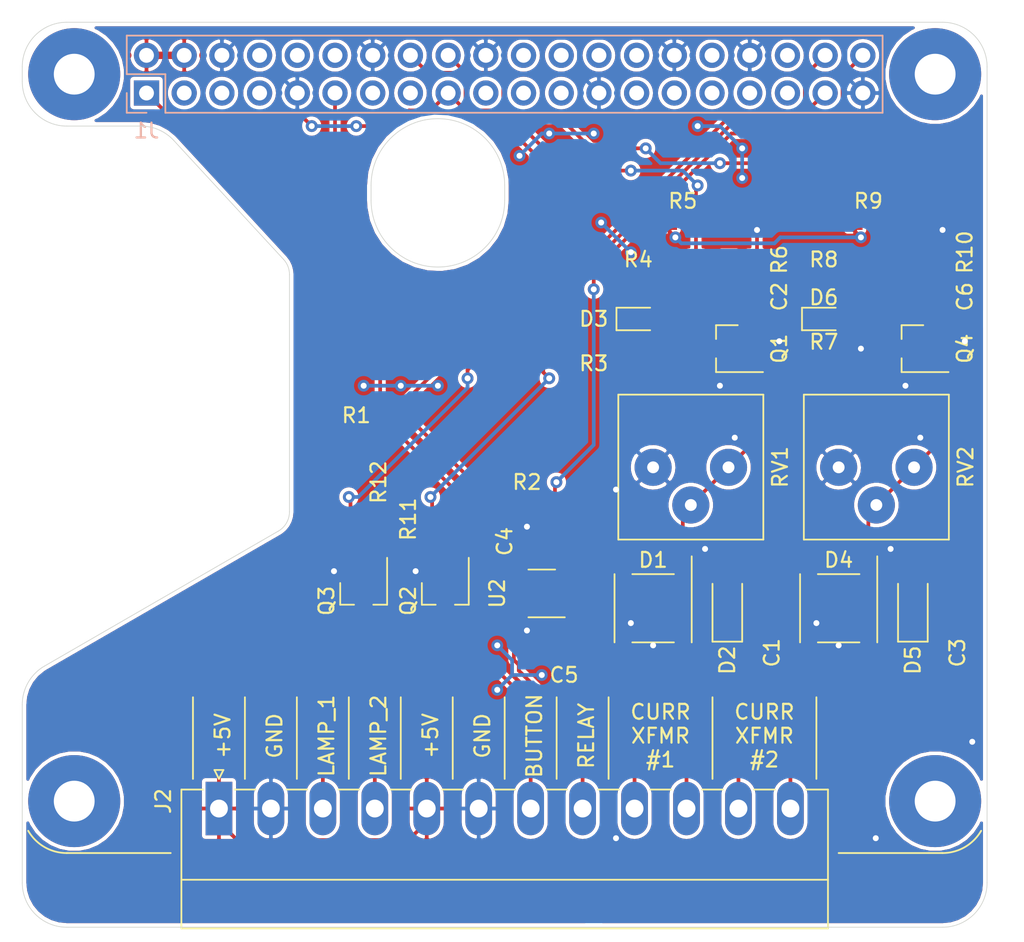
<source format=kicad_pcb>
(kicad_pcb (version 20221018) (generator pcbnew)
  (layers (0 "F.Cu" signal) (31 "B.Cu" signal) (34 "B.Paste" user) (35 "F.Paste" user) (36 "B.SilkS" user "B.Silkscreen") (37 "F.SilkS" user "F.Silkscreen") (38 "B.Mask" user) (39 "F.Mask" user) (44 "Edge.Cuts" user))
  (net 0 "")
  (net 1 "Net-(D1-+)")
  (net 2 "Net-(D4-+)")
  (net 3 "Net-(D3-K)")
  (net 4 "Net-(D6-K)")
  (net 23 "GND")
  (net 24 "+3V3")
  (net 25 "+5V")
  (net 26 "B1_LOGIC")
  (net 27 "L2_LOGIC")
  (net 28 "L1_LOGIC")
  (net 29 "HC_LOGIC")
  (net 30 "Net-(C1-Pad1)")
  (net 31 "CURRENT1")
  (net 32 "Net-(C3-Pad1)")
  (net 33 "CURRENT2")
  (net 34 "/current-sense/CURR_A")
  (net 35 "/current-sense/CURR_B")
  (net 37 "/sheet5C9BD5B1/CURR_A")
  (net 38 "/sheet5C9BD5B1/CURR_B")
  (net 40 "LAMP1")
  (net 41 "LAMP2")
  (net 44 "Net-(J2-Pin_8)")
  (net 45 "Net-(Q1-D)")
  (net 46 "Net-(Q2-B)")
  (net 47 "Net-(Q3-B)")
  (net 48 "Net-(Q4-D)")
  (footprint "Capacitor_SMD:C_0603_1608Metric_Pad0.99x1.00mm_HandSolder" (layer "F.Cu") (at 164.05 126.17 90)
    (fp_text reference "C1")
    (fp_text value "1µF")
  )
  (footprint "Capacitor_SMD:C_0603_1608Metric_Pad0.99x1.00mm_HandSolder" (layer "F.Cu") (at 162.05 105.17)
    (fp_text reference "C2")
    (fp_text value "10µF")
  )
  (footprint "Capacitor_SMD:C_0603_1608Metric_Pad0.99x1.00mm_HandSolder" (layer "F.Cu") (at 176.55 126.17 90)
    (fp_text reference "C3")
    (fp_text value "1µF")
  )
  (footprint "Capacitor_SMD:C_0603_1608Metric_Pad0.99x1.00mm_HandSolder" (layer "F.Cu") (at 148.55 121.67 180)
    (fp_text reference "C4")
    (fp_text value "100nF")
  )
  (footprint "Capacitor_SMD:C_0603_1608Metric_Pad0.99x1.00mm_HandSolder" (layer "F.Cu") (at 148.55 129.17 180)
    (fp_text reference "C5")
    (fp_text value "100nF")
  )
  (footprint "Capacitor_SMD:C_0603_1608Metric_Pad0.99x1.00mm_HandSolder" (layer "F.Cu") (at 174.55 105.17)
    (fp_text reference "C6")
    (fp_text value "10µF")
  )
  (footprint "Diode_SMD:D_SOD-123" (layer "F.Cu") (at 161.05 126.17 90)
    (fp_text reference "D2")
    (fp_text value "MMSZ12T")
  )
  (footprint "LED_SMD:LED_0603_1608Metric_Pad0.82x1.00mm_HandSolder" (layer "F.Cu") (at 155.05 106.67)
    (fp_text reference "D3")
    (fp_text value "LED")
  )
  (footprint "Diode_SMD:D_SOD-123" (layer "F.Cu") (at 173.55 126.17 90)
    (fp_text reference "D5")
    (fp_text value "MMSZ12T")
  )
  (footprint "LED_SMD:LED_0603_1608Metric_Pad0.82x1.00mm_HandSolder" (layer "F.Cu") (at 167.55 106.67)
    (fp_text reference "D6")
    (fp_text value "LED")
  )
  (footprint "Package_TO_SOT_SMD:SOT-23_Handsoldering" (layer "F.Cu") (at 161.05 108.67 180)
    (fp_text reference "Q1")
    (fp_text value "2N7002L")
  )
  (footprint "Package_TO_SOT_SMD:SOT-23_Handsoldering" (layer "F.Cu") (at 142.05 125.17 -90)
    (fp_text reference "Q2")
    (fp_text value "BC846")
  )
  (footprint "Package_TO_SOT_SMD:SOT-23_Handsoldering" (layer "F.Cu") (at 136.55 125.17 -90)
    (fp_text reference "Q3")
    (fp_text value "BC846")
  )
  (footprint "Package_TO_SOT_SMD:SOT-23_Handsoldering" (layer "F.Cu") (at 173.55 108.67 180)
    (fp_text reference "Q4")
    (fp_text value "2N7002L")
  )
  (footprint "Resistor_SMD:R_0603_1608Metric_Pad0.99x1.00mm_HandSolder" (layer "F.Cu") (at 138.55 113.17 180)
    (fp_text reference "R1")
    (fp_text value "4k7")
  )
  (footprint "Resistor_SMD:R_0603_1608Metric_Pad0.99x1.00mm_HandSolder" (layer "F.Cu") (at 148.55 119.17)
    (fp_text reference "R2")
    (fp_text value "4k7")
  )
  (footprint "Resistor_SMD:R_0603_1608Metric_Pad0.99x1.00mm_HandSolder" (layer "F.Cu") (at 155.05 109.67)
    (fp_text reference "R3")
    (fp_text value "1k")
  )
  (footprint "Resistor_SMD:R_0603_1608Metric_Pad0.99x1.00mm_HandSolder" (layer "F.Cu") (at 158.05 102.67 180)
    (fp_text reference "R4")
    (fp_text value "100")
  )
  (footprint "Resistor_SMD:R_0603_1608Metric_Pad0.99x1.00mm_HandSolder" (layer "F.Cu") (at 158.05 100.17)
    (fp_text reference "R5")
    (fp_text value "4k7")
  )
  (footprint "Resistor_SMD:R_0603_1608Metric_Pad0.99x1.00mm_HandSolder" (layer "F.Cu") (at 162.05 102.67)
    (fp_text reference "R6")
    (fp_text value "10k")
  )
  (footprint "Resistor_SMD:R_0603_1608Metric_Pad0.99x1.00mm_HandSolder" (layer "F.Cu") (at 167.55 109.67)
    (fp_text reference "R7")
    (fp_text value "1k")
  )
  (footprint "Resistor_SMD:R_0603_1608Metric_Pad0.99x1.00mm_HandSolder" (layer "F.Cu") (at 170.55 102.67 180)
    (fp_text reference "R8")
    (fp_text value "100")
  )
  (footprint "Resistor_SMD:R_0603_1608Metric_Pad0.99x1.00mm_HandSolder" (layer "F.Cu") (at 174.55 102.67)
    (fp_text reference "R10")
    (fp_text value "10k")
  )
  (footprint "Resistor_SMD:R_0603_1608Metric_Pad0.99x1.00mm_HandSolder" (layer "F.Cu") (at 142.05 120.17)
    (fp_text reference "R11")
    (fp_text value "3k3")
  )
  (footprint "Resistor_SMD:R_0603_1608Metric_Pad0.99x1.00mm_HandSolder" (layer "F.Cu") (at 136.55 120.17)
    (fp_text reference "R12")
    (fp_text value "3k3")
  )
  (footprint "Potentiometer_THT:Potentiometer_Bourns_3386P_Vertical" (layer "F.Cu") (at 156.05 116.67 -90)
    (fp_text reference "RV1")
    (fp_text value "5M")
  )
  (footprint "Potentiometer_THT:Potentiometer_Bourns_3386P_Vertical" (layer "F.Cu") (at 168.55 116.67 -90)
    (fp_text reference "RV2")
    (fp_text value "5M")
  )
  (footprint "Package_TO_SOT_SMD:SOT-23-5" (layer "F.Cu") (at 148.55 125.17 180)
    (fp_text reference "U2")
    (fp_text value "MCP1415")
  )
  (footprint "Resistor_SMD:R_0603_1608Metric_Pad0.99x1.00mm_HandSolder" (layer "F.Cu") (at 170.55 100.17)
    (fp_text reference "R9")
    (fp_text value "4k7")
  )
  (footprint "Diode_SMD:Diode_Bridge_Diotec_ABS" (layer "F.Cu") (at 156.05 126.17 -90)
    (fp_text reference "D1")
    (fp_text value "MDB10S")
  )
  (footprint "Diode_SMD:Diode_Bridge_Diotec_ABS" (layer "F.Cu") (at 168.55 126.17 -90)
    (fp_text reference "D4")
    (fp_text value "MDB10S")
  )
  (footprint "Connector_Phoenix_MC:PhoenixContact_MC_1,5_12-G-3.5_1x12_P3.50mm_Horizontal" (layer "F.Cu") (at 126.8 139.67)
    (fp_text reference "J2")
    (fp_text value "Screw_Terminal_01x12")
  )
  (footprint "Connector_PinSocket_2.54mm:PinSocket_2x20_P2.54mm_Vertical" (layer "B.Cu") (at 121.92 91.44 -90)
    (fp_text reference "J1")
    (fp_text value "GPIO")
  )
  (gr_line (start 160.05 132.17) (end 160.05 137.67) (stroke (width 0.12)) (layer "F.SilkS"))
  (gr_line (start 125.05 132.17) (end 125.05 137.67) (stroke (width 0.12)) (layer "F.SilkS"))
  (gr_line (start 135.55 132.17) (end 135.55 137.67) (stroke (width 0.12)) (layer "F.SilkS"))
  (gr_line (start 128.55 132.17) (end 128.55 137.67) (stroke (width 0.12)) (layer "F.SilkS"))
  (gr_line (start 149.55 132.17) (end 149.55 137.67) (stroke (width 0.12)) (layer "F.SilkS"))
  (gr_line (start 167.05 132.17) (end 167.05 137.67) (stroke (width 0.12)) (layer "F.SilkS"))
  (gr_line (start 142.55 132.17) (end 142.55 137.67) (stroke (width 0.12)) (layer "F.SilkS"))
  (gr_line (start 132.05 132.17) (end 132.05 137.67) (stroke (width 0.12)) (layer "F.SilkS"))
  (gr_line (start 139.05 132.17) (end 139.05 137.67) (stroke (width 0.12)) (layer "F.SilkS"))
  (gr_line (start 153.05 132.17) (end 153.05 137.67) (stroke (width 0.12)) (layer "F.SilkS"))
  (gr_line (start 146.05 132.17) (end 146.05 137.67) (stroke (width 0.12)) (layer "F.SilkS"))
  (gr_arc (start 178.148076 141.17) (mid 177.05 142.268076) (end 175.55 142.67) (stroke (width 0.12)) (layer "F.SilkS"))
  (gr_arc (start 116.55 142.67) (mid 115.05 142.268076) (end 113.951924 141.17) (stroke (width 0.12)) (layer "F.SilkS"))
  (gr_line (start 116.55 142.67) (end 123.55 142.67) (stroke (width 0.12)) (layer "F.SilkS"))
  (gr_line (start 175.55 142.67) (end 168.55 142.67) (stroke (width 0.12)) (layer "F.SilkS"))
  (gr_line (start 175.55 86.67) (end 116.55 86.67) (stroke (width 0.05)) (layer "Edge.Cuts"))
  (gr_arc (start 113.55 89.67) (mid 114.42868 87.54868) (end 116.55 86.67) (stroke (width 0.05)) (layer "Edge.Cuts"))
  (gr_arc (start 175.55 86.67) (mid 177.67132 87.54868) (end 178.55 89.67) (stroke (width 0.05)) (layer "Edge.Cuts"))
  (gr_line (start 116.55 147.67) (end 175.55 147.67) (stroke (width 0.05)) (layer "Edge.Cuts"))
  (gr_arc (start 178.55 144.67) (mid 177.67132 146.79132) (end 175.55 147.67) (stroke (width 0.05)) (layer "Edge.Cuts"))
  (gr_arc (start 116.55 147.67) (mid 114.42868 146.79132) (end 113.55 144.67) (stroke (width 0.05)) (layer "Edge.Cuts"))
  (gr_line (start 113.55 89.67) (end 113.55 90.67) (stroke (width 0.05)) (layer "Edge.Cuts"))
  (gr_line (start 113.55 138.67) (end 113.55 144.67) (stroke (width 0.05)) (layer "Edge.Cuts"))
  (gr_line (start 137.05 97.67) (end 137.05 98.67) (stroke (width 0.05)) (layer "Edge.Cuts"))
  (gr_line (start 146.05 97.67) (end 146.05 98.67) (stroke (width 0.05)) (layer "Edge.Cuts"))
  (gr_line (start 131.55 103.67) (end 131.550001 119.67) (stroke (width 0.05)) (layer "Edge.Cuts"))
  (gr_arc (start 131.152372 102.65276) (mid 131.447061 103.123903) (end 131.55 103.67) (stroke (width 0.05)) (layer "Edge.Cuts"))
  (gr_arc (start 131.55 119.67) (mid 131.349038 120.42) (end 130.8 120.969038) (stroke (width 0.05)) (layer "Edge.Cuts"))
  (gr_arc (start 116.55 93.67) (mid 114.42868 92.79132) (end 113.55 90.67) (stroke (width 0.05)) (layer "Edge.Cuts"))
  (gr_line (start 130.8 120.969038) (end 115.05 130.065191) (stroke (width 0.05)) (layer "Edge.Cuts"))
  (gr_line (start 113.55 132.663267) (end 113.55 138.67) (stroke (width 0.05)) (layer "Edge.Cuts"))
  (gr_line (start 123.754742 94.635522) (end 131.152372 102.65276) (stroke (width 0.05)) (layer "Edge.Cuts"))
  (gr_line (start 121.550001 93.670001) (end 116.55 93.67) (stroke (width 0.05)) (layer "Edge.Cuts"))
  (gr_arc (start 137.05 97.67) (mid 141.55 93.17) (end 146.05 97.67) (stroke (width 0.05)) (layer "Edge.Cuts"))
  (gr_arc (start 121.55 93.670002) (mid 122.753445 93.921963) (end 123.754742 94.635522) (stroke (width 0.05)) (layer "Edge.Cuts"))
  (gr_arc (start 146.05 98.67) (mid 141.55 103.17) (end 137.05 98.67) (stroke (width 0.05)) (layer "Edge.Cuts"))
  (gr_line (start 178.55 144.67) (end 178.55 89.67) (stroke (width 0.05)) (layer "Edge.Cuts"))
  (gr_arc (start 113.55 132.663267) (mid 113.951924 131.163267) (end 115.05 130.065191) (stroke (width 0.05)) (layer "Edge.Cuts"))
  (gr_text "GND" (at 144.55 134.77 90) (layer "F.SilkS") (effects (font (size 1 1))))
  (gr_text "LAMP_2" (at 137.55 134.77 90) (layer "F.SilkS") (effects (font (size 1 1))))
  (gr_text "RELAY" (at 151.55 134.77 90) (layer "F.SilkS") (effects (font (size 1 1))))
  (gr_text "+5V" (at 141.05 134.77 90) (layer "F.SilkS") (effects (font (size 1 1))))
  (gr_text "BUTTON" (at 148.05 134.77 90) (layer "F.SilkS") (effects (font (size 1 1))))
  (gr_text "CURR\nXFMR\n#2" (at 163.55 134.77) (layer "F.SilkS") (effects (font (size 1 1))))
  (gr_text "+5V" (at 127.05 134.77 90) (layer "F.SilkS") (effects (font (size 1 1))))
  (gr_text "GND" (at 130.55 134.77 90) (layer "F.SilkS") (effects (font (size 1 1))))
  (gr_text "CURR\nXFMR\n#1" (at 156.55 134.77) (layer "F.SilkS") (effects (font (size 1 1))))
  (gr_text "LAMP_1" (at 134.05 134.77 90) (layer "F.SilkS") (effects (font (size 1 1))))
  (via (at 117.05 90.17) (size 6.2) (drill 2.75) (layers "F.Cu" "B.Cu") (net 0))
  (via (at 117.05 139.17) (size 6.2) (drill 2.75) (layers "F.Cu" "B.Cu") (net 0))
  (via (at 175.05 139.17) (size 6.2) (drill 2.75) (layers "F.Cu" "B.Cu") (net 0))
  (via (at 175.05 90.17) (size 6.2) (drill 2.75) (layers "F.Cu" "B.Cu") (net 0))
  (segment (start 154.1625 106.7575) (end 154.25 106.67) (width 0.25) (layer "F.Cu") (net 3))
  (segment (start 154.1625 109.67) (end 154.1625 106.7575) (width 0.25) (layer "F.Cu") (net 3))
  (segment (start 166.6625 106.7575) (end 166.75 106.67) (width 0.25) (layer "F.Cu") (net 4))
  (segment (start 166.6625 109.67) (end 166.6625 106.7575) (width 0.25) (layer "F.Cu") (net 4))
  (segment (start 162.9375 102.67) (end 162.9375 105.17) (width 0.25) (layer "F.Cu") (net 23))
  (segment (start 162.9375 107.3325) (end 162.55 107.72) (width 0.25) (layer "F.Cu") (net 23))
  (segment (start 162.9375 105.17) (end 162.9375 107.3325) (width 0.25) (layer "F.Cu") (net 23))
  (segment (start 175.4375 107.3325) (end 175.05 107.72) (width 0.25) (layer "F.Cu") (net 23))
  (segment (start 147.55 127.67) (end 147.55 129.0575) (width 0.25) (layer "F.Cu") (net 23))
  (segment (start 148.305001 125.650001) (end 148.305001 127.777499) (width 0.25) (layer "F.Cu") (net 23))
  (segment (start 162.9375 102.67) (end 163.05 102.5575) (width 0.25) (layer "F.Cu") (net 23))
  (segment (start 175.4375 102.67) (end 175.4375 105.17) (width 0.25) (layer "F.Cu") (net 23))
  (segment (start 135.6 123.67) (end 134.55 123.67) (width 0.25) (layer "F.Cu") (net 23))
  (segment (start 148.305001 127.777499) (end 147.6625 128.42) (width 0.25) (layer "F.Cu") (net 23))
  (segment (start 147.55 121.5575) (end 147.6625 121.67) (width 0.25) (layer "F.Cu") (net 23))
  (segment (start 147.6625 121.67) (end 147.6625 124.0075) (width 0.25) (layer "F.Cu") (net 23))
  (segment (start 175.55 100.67) (end 175.55 102.5575) (width 0.25) (layer "F.Cu") (net 23))
  (segment (start 147.55 129.0575) (end 147.6625 129.17) (width 0.25) (layer "F.Cu") (net 23))
  (segment (start 175.4375 105.17) (end 175.4375 107.3325) (width 0.25) (layer "F.Cu") (net 23))
  (segment (start 147.55 120.67) (end 147.55 121.5575) (width 0.25) (layer "F.Cu") (net 23))
  (segment (start 141.1 123.67) (end 140.05 123.67) (width 0.25) (layer "F.Cu") (net 23))
  (segment (start 147.6625 124.0075) (end 147.45 124.22) (width 0.25) (layer "F.Cu") (net 23))
  (segment (start 147.45 124.22) (end 147.45 124.795) (width 0.25) (layer "F.Cu") (net 23))
  (segment (start 147.6625 128.42) (end 147.6625 129.17) (width 0.25) (layer "F.Cu") (net 23))
  (segment (start 147.45 124.795) (end 148.305001 125.650001) (width 0.25) (layer "F.Cu") (net 23))
  (segment (start 175.55 102.5575) (end 175.4375 102.67) (width 0.25) (layer "F.Cu") (net 23))
  (segment (start 163.05 102.5575) (end 163.05 100.67) (width 0.25) (layer "F.Cu") (net 23))
  (via (at 134.55 123.67) (size 0.8) (drill 0.4) (layers "F.Cu" "B.Cu") (net 23))
  (via (at 153.55 141.67) (size 0.8) (drill 0.4) (layers "F.Cu" "B.Cu") (net 23))
  (via (at 175.55 100.67) (size 0.8) (drill 0.4) (layers "F.Cu" "B.Cu") (net 23))
  (via (at 172.05 122.17) (size 0.8) (drill 0.4) (layers "F.Cu" "B.Cu") (net 23))
  (via (at 147.55 127.67) (size 0.8) (drill 0.4) (layers "F.Cu" "B.Cu") (net 23))
  (via (at 156.05 128.67) (size 0.8) (drill 0.4) (layers "F.Cu" "B.Cu") (net 23))
  (via (at 174.05 114.67) (size 0.8) (drill 0.4) (layers "F.Cu" "B.Cu") (net 23))
  (via (at 147.55 120.67) (size 0.8) (drill 0.4) (layers "F.Cu" "B.Cu") (net 23))
  (via (at 154.55 127.17) (size 0.8) (drill 0.4) (layers "F.Cu" "B.Cu") (net 23))
  (via (at 163.05 100.67) (size 0.8) (drill 0.4) (layers "F.Cu" "B.Cu") (net 23))
  (via (at 168.55 128.67) (size 0.8) (drill 0.4) (layers "F.Cu" "B.Cu") (net 23))
  (via (at 177.55 135.17) (size 0.8) (drill 0.4) (layers "F.Cu" "B.Cu") (net 23))
  (via (at 171.05 141.67) (size 0.8) (drill 0.4) (layers "F.Cu" "B.Cu") (net 23))
  (via (at 159.55 122.17) (size 0.8) (drill 0.4) (layers "F.Cu" "B.Cu") (net 23))
  (via (at 170.05 108.67) (size 0.8) (drill 0.4) (layers "F.Cu" "B.Cu") (net 23))
  (via (at 160.55 111.17) (size 0.8) (drill 0.4) (layers "F.Cu" "B.Cu") (net 23))
  (via (at 153.55 118.17) (size 0.8) (drill 0.4) (layers "F.Cu" "B.Cu") (net 23))
  (via (at 173.05 111.17) (size 0.8) (drill 0.4) (layers "F.Cu" "B.Cu") (net 23))
  (via (at 164.55 108.17) (size 0.8) (drill 0.4) (layers "F.Cu" "B.Cu") (net 23))
  (via (at 140.05 123.67) (size 0.8) (drill 0.4) (layers "F.Cu" "B.Cu") (net 23))
  (via (at 167.05 127.17) (size 0.8) (drill 0.4) (layers "F.Cu" "B.Cu") (net 23))
  (via (at 177.05 108.17) (size 0.8) (drill 0.4) (layers "F.Cu" "B.Cu") (net 23))
  (via (at 161.55 114.67) (size 0.8) (drill 0.4) (layers "F.Cu" "B.Cu") (net 23))
  (segment (start 138.335001 87.724999) (end 143.604999 87.724999) (width 0.25) (layer "B.Cu") (net 23))
  (segment (start 156.304999 87.724999) (end 156.630001 88.050001) (width 0.25) (layer "B.Cu") (net 23))
  (segment (start 168.204001 87.724999) (end 169.004999 88.525997) (width 0.25) (layer "B.Cu") (net 23))
  (segment (start 170.18 91.44) (end 170.18 95.3) (width 0.25) (layer "B.Cu") (net 23))
  (segment (start 152.4 91.44) (end 151.05 90.09) (width 0.25) (layer "B.Cu") (net 23))
  (segment (start 161.710001 88.050001) (end 162.56 88.9) (width 0.25) (layer "B.Cu") (net 23))
  (segment (start 158.655001 87.724999) (end 161.384999 87.724999) (width 0.25) (layer "B.Cu") (net 23))
  (segment (start 156.630001 88.050001) (end 157.48 88.9) (width 0.25) (layer "B.Cu") (net 23))
  (segment (start 130.904999 87.87) (end 131.05 87.724999) (width 0.25) (layer "B.Cu") (net 23))
  (segment (start 170.18 95.3) (end 175.55 100.67) (width 0.25) (layer "B.Cu") (net 23))
  (segment (start 136.310001 88.050001) (end 137.16 88.9) (width 0.25) (layer "B.Cu") (net 23))
  (segment (start 161.384999 87.724999) (end 161.710001 88.050001) (width 0.25) (layer "B.Cu") (net 23))
  (segment (start 137.16 88.9) (end 138.335001 87.724999) (width 0.25) (layer "B.Cu") (net 23))
  (segment (start 145.955001 87.724999) (end 151.05 87.724999) (width 0.25) (layer "B.Cu") (net 23))
  (segment (start 163.735001 87.724999) (end 168.204001 87.724999) (width 0.25) (layer "B.Cu") (net 23))
  (segment (start 143.930001 88.050001) (end 144.78 88.9) (width 0.25) (layer "B.Cu") (net 23))
  (segment (start 169.004999 88.525997) (end 169.004999 90.264999) (width 0.25) (layer "B.Cu") (net 23))
  (segment (start 157.48 88.9) (end 158.655001 87.724999) (width 0.25) (layer "B.Cu") (net 23))
  (segment (start 162.56 88.9) (end 163.735001 87.724999) (width 0.25) (layer "B.Cu") (net 23))
  (segment (start 131.05 87.724999) (end 135.984999 87.724999) (width 0.25) (layer "B.Cu") (net 23))
  (segment (start 169.330001 90.590001) (end 170.18 91.44) (width 0.25) (layer "B.Cu") (net 23))
  (segment (start 144.78 88.9) (end 145.955001 87.724999) (width 0.25) (layer "B.Cu") (net 23))
  (segment (start 135.984999 87.724999) (end 136.310001 88.050001) (width 0.25) (layer "B.Cu") (net 23))
  (segment (start 130.904999 90.264999) (end 130.904999 87.87) (width 0.25) (layer "B.Cu") (net 23))
  (segment (start 143.604999 87.724999) (end 143.930001 88.050001) (width 0.25) (layer "B.Cu") (net 23))
  (segment (start 128.175001 87.724999) (end 131.05 87.724999) (width 0.25) (layer "B.Cu") (net 23))
  (segment (start 127 88.9) (end 128.175001 87.724999) (width 0.25) (layer "B.Cu") (net 23))
  (segment (start 132.08 91.44) (end 130.904999 90.264999) (width 0.25) (layer "B.Cu") (net 23))
  (segment (start 151.05 90.09) (end 151.05 87.724999) (width 0.25) (layer "B.Cu") (net 23))
  (segment (start 151.05 87.724999) (end 156.304999 87.724999) (width 0.25) (layer "B.Cu") (net 23))
  (segment (start 169.004999 90.264999) (end 169.330001 90.590001) (width 0.25) (layer "B.Cu") (net 23))
  (segment (start 141.390001 92.289999) (end 142.24 91.44) (width 0.25) (layer "F.Cu") (net 24))
  (segment (start 132.650001 93.270001) (end 133.05 93.67) (width 0.25) (layer "F.Cu") (net 24))
  (segment (start 139.4375 113.1725) (end 139.4375 113.17) (width 0.25) (layer "F.Cu") (net 24))
  (segment (start 139.4375 112.146089) (end 139.4375 112.42) (width 0.25) (layer "F.Cu") (net 24))
  (segment (start 141.064999 92.615001) (end 141.390001 92.289999) (width 0.25) (layer "F.Cu") (net 24))
  (segment (start 132.099989 92.719989) (end 132.650001 93.270001) (width 0.25) (layer "F.Cu") (net 24))
  (segment (start 139.604999 92.615001) (end 141.064999 92.615001) (width 0.25) (layer "F.Cu") (net 24))
  (segment (start 139.4375 112.42) (end 139.4375 113.17) (width 0.25) (layer "F.Cu") (net 24))
  (segment (start 145.435 119.17) (end 139.4375 113.1725) (width 0.25) (layer "F.Cu") (net 24))
  (segment (start 143.099989 108.483601) (end 139.4375 112.146089) (width 0.25) (layer "F.Cu") (net 24))
  (segment (start 123.199989 92.719989) (end 132.099989 92.719989) (width 0.25) (layer "F.Cu") (net 24))
  (segment (start 143.865012 93.065012) (end 145.581423 93.065012) (width 0.25) (layer "F.Cu") (net 24))
  (segment (start 148.05 103.03359) (end 143.099989 107.9836) (width 0.25) (layer "F.Cu") (net 24))
  (segment (start 145.581423 93.065012) (end 148.05 95.533589) (width 0.25) (layer "F.Cu") (net 24))
  (segment (start 143.099989 107.9836) (end 143.099989 108.483601) (width 0.25) (layer "F.Cu") (net 24))
  (segment (start 148.05 95.533589) (end 148.05 103.03359) (width 0.25) (layer "F.Cu") (net 24))
  (segment (start 121.92 91.44) (end 123.199989 92.719989) (width 0.25) (layer "F.Cu") (net 24))
  (segment (start 136.05 93.67) (end 138.55 93.67) (width 0.25) (layer "F.Cu") (net 24))
  (segment (start 142.24 91.44) (end 143.865012 93.065012) (width 0.25) (layer "F.Cu") (net 24))
  (segment (start 147.6625 119.17) (end 145.435 119.17) (width 0.25) (layer "F.Cu") (net 24))
  (segment (start 138.55 93.67) (end 139.604999 92.615001) (width 0.25) (layer "F.Cu") (net 24))
  (via (at 136.05 93.67) (size 0.8) (drill 0.4) (layers "F.Cu" "B.Cu") (net 24))
  (via (at 133.05 93.67) (size 0.8) (drill 0.4) (layers "F.Cu" "B.Cu") (net 24))
  (segment (start 133.05 93.67) (end 136.05 93.67) (width 0.25) (layer "B.Cu") (net 24))
  (segment (start 155.85 106.67) (end 155.85 100.735) (width 0.25) (layer "F.Cu") (net 25))
  (segment (start 140.8 140.57) (end 139.57499 141.79501) (width 0.25) (layer "F.Cu") (net 25))
  (segment (start 128.02501 141.79501) (end 126.8 140.57) (width 0.25) (layer "F.Cu") (net 25))
  (segment (start 168.35 100.735) (end 168.915 100.17) (width 0.25) (layer "F.Cu") (net 25))
  (segment (start 157.1625 100.7825) (end 157.55 101.17) (width 0.25) (layer "F.Cu") (net 25))
  (segment (start 155.85 100.735) (end 156.415 100.17) (width 0.25) (layer "F.Cu") (net 25))
  (segment (start 170.05 101.17) (end 169.55 100.67) (width 0.25) (layer "F.Cu") (net 25))
  (segment (start 126.8 140.57) (end 126.8 139.67) (width 0.25) (layer "F.Cu") (net 25))
  (segment (start 169.6625 100.5575) (end 169.6625 100.17) (width 0.25) (layer "F.Cu") (net 25))
  (segment (start 169.55 100.67) (end 169.6625 100.5575) (width 0.25) (layer "F.Cu") (net 25))
  (segment (start 121.92 88.9) (end 124.46 88.9) (width 0.5) (layer "F.Cu") (net 25))
  (segment (start 168.915 100.17) (end 169.6625 100.17) (width 0.25) (layer "F.Cu") (net 25))
  (segment (start 140.8 139.67) (end 140.8 140.57) (width 0.25) (layer "F.Cu") (net 25))
  (segment (start 157.1625 100.17) (end 157.1625 100.7825) (width 0.25) (layer "F.Cu") (net 25))
  (segment (start 139.57499 141.79501) (end 128.02501 141.79501) (width 0.25) (layer "F.Cu") (net 25))
  (segment (start 168.35 106.67) (end 168.35 100.735) (width 0.25) (layer "F.Cu") (net 25))
  (segment (start 156.415 100.17) (end 157.1625 100.17) (width 0.25) (layer "F.Cu") (net 25))
  (via (at 145.55 128.67) (size 0.8) (drill 0.4) (layers "F.Cu" "B.Cu") (net 25))
  (via (at 162.05 97.17) (size 0.8) (drill 0.4) (layers "F.Cu" "B.Cu") (net 25))
  (via (at 148.55 130.67) (size 0.8) (drill 0.4) (layers "F.Cu" "B.Cu") (net 25))
  (via (at 157.55 101.17) (size 0.8) (drill 0.4) (layers "F.Cu" "B.Cu") (net 25))
  (via (at 159.05 93.67) (size 0.8) (drill 0.4) (layers "F.Cu" "B.Cu") (net 25))
  (via (at 149.05 94.17) (size 0.8) (drill 0.4) (layers "F.Cu" "B.Cu") (net 25))
  (via (at 152.55 100.17) (size 0.8) (drill 0.4) (layers "F.Cu" "B.Cu") (net 25))
  (via (at 145.55 131.67) (size 0.8) (drill 0.4) (layers "F.Cu" "B.Cu") (net 25))
  (via (at 154.55 102.17) (size 0.8) (drill 0.4) (layers "F.Cu" "B.Cu") (net 25))
  (via (at 141.55 111.17) (size 0.8) (drill 0.4) (layers "F.Cu" "B.Cu") (net 25))
  (via (at 147.05 95.67) (size 0.8) (drill 0.4) (layers "F.Cu" "B.Cu") (net 25))
  (via (at 139.05 111.17) (size 0.8) (drill 0.4) (layers "F.Cu" "B.Cu") (net 25))
  (via (at 152.05 94.17) (size 0.8) (drill 0.4) (layers "F.Cu" "B.Cu") (net 25))
  (via (at 162.05 95.17) (size 0.8) (drill 0.4) (layers "F.Cu" "B.Cu") (net 25))
  (via (at 170.05 101.17) (size 0.8) (drill 0.4) (layers "F.Cu" "B.Cu") (net 25))
  (via (at 136.55 111.17) (size 0.8) (drill 0.4) (layers "F.Cu" "B.Cu") (net 25))
  (segment (start 141.55 111.17) (end 139.05 111.17) (width 0.25) (layer "B.Cu") (net 25))
  (segment (start 157.949999 101.569999) (end 164.223003 101.569999) (width 0.25) (layer "B.Cu") (net 25))
  (segment (start 157.55 101.17) (end 157.949999 101.569999) (width 0.25) (layer "B.Cu") (net 25))
  (segment (start 148.55 94.17) (end 149.05 94.17) (width 0.25) (layer "B.Cu") (net 25))
  (segment (start 160.55 93.67) (end 162.05 95.17) (width 0.25) (layer "B.Cu") (net 25))
  (segment (start 152.05 94.17) (end 149.05 94.17) (width 0.25) (layer "B.Cu") (net 25))
  (segment (start 146.55 130.67) (end 146.55 129.67) (width 0.25) (layer "B.Cu") (net 25))
  (segment (start 169.484315 101.17) (end 170.05 101.17) (width 0.25) (layer "B.Cu") (net 25))
  (segment (start 162.05 95.17) (end 162.05 97.17) (width 0.25) (layer "B.Cu") (net 25))
  (segment (start 146.55 130.67) (end 145.55 131.67) (width 0.25) (layer "B.Cu") (net 25))
  (segment (start 152.55 100.17) (end 154.55 102.17) (width 0.25) (layer "B.Cu") (net 25))
  (segment (start 159.05 93.67) (end 160.55 93.67) (width 0.25) (layer "B.Cu") (net 25))
  (segment (start 147.05 95.67) (end 148.55 94.17) (width 0.25) (layer "B.Cu") (net 25))
  (segment (start 164.623002 101.17) (end 169.484315 101.17) (width 0.25) (layer "B.Cu") (net 25))
  (segment (start 164.223003 101.569999) (end 164.623002 101.17) (width 0.25) (layer "B.Cu") (net 25))
  (segment (start 148.55 130.67) (end 146.55 130.67) (width 0.25) (layer "B.Cu") (net 25))
  (segment (start 139.05 111.17) (end 136.55 111.17) (width 0.25) (layer "B.Cu") (net 25))
  (segment (start 146.55 129.67) (end 145.55 128.67) (width 0.25) (layer "B.Cu") (net 25))
  (segment (start 143.370001 118.880001) (end 137.6625 113.1725) (width 0.25) (layer "F.Cu") (net 26))
  (segment (start 147.8 132.62) (end 143.760001 128.580001) (width 0.25) (layer "F.Cu") (net 26))
  (segment (start 143.760001 128.580001) (end 143.760001 118.880001) (width 0.25) (layer "F.Cu") (net 26))
  (segment (start 137.6625 103.918911) (end 137.6625 112.42) (width 0.25) (layer "F.Cu") (net 26))
  (segment (start 134.62 91.44) (end 134.62 100.876411) (width 0.25) (layer "F.Cu") (net 26))
  (segment (start 134.62 100.876411) (end 137.6625 103.918911) (width 0.25) (layer "F.Cu") (net 26))
  (segment (start 137.6625 112.42) (end 137.6625 113.17) (width 0.25) (layer "F.Cu") (net 26))
  (segment (start 143.760001 118.880001) (end 143.370001 118.880001) (width 0.25) (layer "F.Cu") (net 26))
  (segment (start 147.8 134.67) (end 147.8 132.62) (width 0.25) (layer "F.Cu") (net 26))
  (segment (start 137.6625 113.1725) (end 137.6625 113.17) (width 0.25) (layer "F.Cu") (net 26))
  (segment (start 147.8 134.67) (end 147.8 139.67) (width 0.25) (layer "F.Cu") (net 26))
  (segment (start 161.236399 93.620011) (end 165.7364 93.620011) (width 0.25) (layer "F.Cu") (net 27))
  (segment (start 141.1625 120.17) (end 141.1625 118.7825) (width 0.25) (layer "F.Cu") (net 27))
  (segment (start 165.7364 93.620011) (end 166.790001 92.56641) (width 0.25) (layer "F.Cu") (net 27))
  (segment (start 148.650001 110.270001) (end 148.650001 106.206409) (width 0.25) (layer "F.Cu") (net 27))
  (segment (start 149.05 110.67) (end 148.650001 110.270001) (width 0.25) (layer "F.Cu") (net 27))
  (segment (start 166.790001 92.56641) (end 166.790001 92.289999) (width 0.25) (layer "F.Cu") (net 27))
  (segment (start 166.790001 92.289999) (end 167.64 91.44) (width 0.25) (layer "F.Cu") (net 27))
  (segment (start 141.1625 118.7825) (end 141.05 118.67) (width 0.25) (layer "F.Cu") (net 27))
  (segment (start 148.650001 106.206409) (end 161.236399 93.620011) (width 0.25) (layer "F.Cu") (net 27))
  (via (at 141.05 118.67) (size 0.8) (drill 0.4) (layers "F.Cu" "B.Cu") (net 27))
  (via (at 149.05 110.67) (size 0.8) (drill 0.4) (layers "F.Cu" "B.Cu") (net 27))
  (segment (start 141.05 118.67) (end 149.05 110.67) (width 0.25) (layer "B.Cu") (net 27))
  (segment (start 165.109002 93.17) (end 166.275001 92.004001) (width 0.25) (layer "F.Cu") (net 28))
  (segment (start 143.55 110.104315) (end 147.209316 106.444999) (width 0.25) (layer "F.Cu") (net 28))
  (segment (start 166.275001 92.004001) (end 166.275001 90.264999) (width 0.25) (layer "F.Cu") (net 28))
  (segment (start 161.05 93.17) (end 165.109002 93.17) (width 0.25) (layer "F.Cu") (net 28))
  (segment (start 135.6625 120.17) (end 135.6625 118.7825) (width 0.25) (layer "F.Cu") (net 28))
  (segment (start 143.55 110.67) (end 143.55 110.104315) (width 0.25) (layer "F.Cu") (net 28))
  (segment (start 147.775001 106.444999) (end 161.05 93.17) (width 0.25) (layer "F.Cu") (net 28))
  (segment (start 147.209316 106.444999) (end 147.775001 106.444999) (width 0.25) (layer "F.Cu") (net 28))
  (segment (start 135.6625 118.7825) (end 135.55 118.67) (width 0.25) (layer "F.Cu") (net 28))
  (segment (start 166.790001 89.749999) (end 167.64 88.9) (width 0.25) (layer "F.Cu") (net 28))
  (segment (start 166.275001 90.264999) (end 166.790001 89.749999) (width 0.25) (layer "F.Cu") (net 28))
  (via (at 143.55 110.67) (size 0.8) (drill 0.4) (layers "F.Cu" "B.Cu") (net 28))
  (via (at 135.55 118.67) (size 0.8) (drill 0.4) (layers "F.Cu" "B.Cu") (net 28))
  (segment (start 136.18641 118.67) (end 143.55 111.30641) (width 0.25) (layer "B.Cu") (net 28))
  (segment (start 143.55 111.30641) (end 143.55 111.235685) (width 0.25) (layer "B.Cu") (net 28))
  (segment (start 135.55 118.67) (end 136.18641 118.67) (width 0.25) (layer "B.Cu") (net 28))
  (segment (start 143.55 111.235685) (end 143.55 110.67) (width 0.25) (layer "B.Cu") (net 28))
  (segment (start 148.614999 122.609999) (end 148.614999 120.742501) (width 0.25) (layer "F.Cu") (net 29))
  (segment (start 149.65 123.645) (end 148.614999 122.609999) (width 0.25) (layer "F.Cu") (net 29))
  (segment (start 169.330001 89.749999) (end 170.18 88.9) (width 0.25) (layer "F.Cu") (net 29))
  (segment (start 152.05 103.44282) (end 161.322821 94.17) (width 0.25) (layer "F.Cu") (net 29))
  (segment (start 168.815001 92.004001) (end 168.815001 90.264999) (width 0.25) (layer "F.Cu") (net 29))
  (segment (start 161.322821 94.17) (end 166.649002 94.17) (width 0.25) (layer "F.Cu") (net 29))
  (segment (start 168.815001 90.264999) (end 169.330001 89.749999) (width 0.25) (layer "F.Cu") (net 29))
  (segment (start 149.4375 117.767491) (end 149.534991 117.67) (width 0.25) (layer "F.Cu") (net 29))
  (segment (start 152.05 104.67) (end 152.05 103.44282) (width 0.25) (layer "F.Cu") (net 29))
  (segment (start 166.649002 94.17) (end 168.815001 92.004001) (width 0.25) (layer "F.Cu") (net 29))
  (segment (start 148.614999 120.742501) (end 149.4375 119.92) (width 0.25) (layer "F.Cu") (net 29))
  (segment (start 149.65 124.22) (end 149.65 123.645) (width 0.25) (layer "F.Cu") (net 29))
  (segment (start 149.4375 119.92) (end 149.4375 119.17) (width 0.25) (layer "F.Cu") (net 29))
  (segment (start 149.4375 119.17) (end 149.4375 117.767491) (width 0.25) (layer "F.Cu") (net 29))
  (via (at 152.05 104.67) (size 0.8) (drill 0.4) (layers "F.Cu" "B.Cu") (net 29))
  (via (at 149.534991 117.67) (size 0.8) (drill 0.4) (layers "F.Cu" "B.Cu") (net 29))
  (segment (start 152.05 115.154991) (end 149.93499 117.270001) (width 0.25) (layer "B.Cu") (net 29))
  (segment (start 149.93499 117.270001) (end 149.534991 117.67) (width 0.25) (layer "B.Cu") (net 29))
  (segment (start 152.05 104.67) (end 152.05 115.154991) (width 0.25) (layer "B.Cu") (net 29))
  (segment (start 158.59 119.21) (end 159.309999 118.490001) (width 0.25) (layer "F.Cu") (net 30))
  (segment (start 164.035 127.82) (end 164.05 127.805) (width 0.25) (layer "F.Cu") (net 30))
  (segment (start 160.2 127.82) (end 161.05 127.82) (width 0.25) (layer "F.Cu") (net 30))
  (segment (start 162.55 115.25) (end 161.13 116.67) (width 0.25) (layer "F.Cu") (net 30))
  (segment (start 162.55 109.62) (end 162.55 115.25) (width 0.25) (layer "F.Cu") (net 30))
  (segment (start 159.309999 118.490001) (end 161.13 116.67) (width 0.25) (layer "F.Cu") (net 30))
  (segment (start 164.05 127.805) (end 164.05 127.0575) (width 0.25) (layer "F.Cu") (net 30))
  (segment (start 161.05 127.82) (end 164.035 127.82) (width 0.25) (layer "F.Cu") (net 30))
  (segment (start 158.05 119.75) (end 158.59 119.21) (width 0.25) (layer "F.Cu") (net 30))
  (segment (start 158.05 123.195) (end 158.05 119.75) (width 0.25) (layer "F.Cu") (net 30))
  (segment (start 158.05 125.67) (end 160.2 127.82) (width 0.25) (layer "F.Cu") (net 30))
  (segment (start 158.05 123.195) (end 158.05 125.67) (width 0.25) (layer "F.Cu") (net 30))
  (segment (start 161.1625 103.42) (end 161.1625 105.17) (width 0.25) (layer "F.Cu") (net 31))
  (segment (start 161.1625 102.67) (end 161.1625 103.42) (width 0.25) (layer "F.Cu") (net 31))
  (segment (start 158.9375 102.67) (end 161.1625 102.67) (width 0.25) (layer "F.Cu") (net 31))
  (segment (start 158.9375 97.7825) (end 159.05 97.67) (width 0.25) (layer "F.Cu") (net 31))
  (segment (start 150.174587 96.67) (end 146.119589 92.615001) (width 0.25) (layer "F.Cu") (net 31))
  (segment (start 142.614003 90.075001) (end 140.875001 90.075001) (width 0.25) (layer "F.Cu") (net 31))
  (segment (start 158.9375 102.67) (end 158.9375 100.17) (width 0.25) (layer "F.Cu") (net 31))
  (segment (start 143.415001 91.814003) (end 143.415001 90.875999) (width 0.25) (layer "F.Cu") (net 31))
  (segment (start 140.549999 89.749999) (end 139.7 88.9) (width 0.25) (layer "F.Cu") (net 31))
  (segment (start 144.215999 92.615001) (end 143.415001 91.814003) (width 0.25) (layer "F.Cu") (net 31))
  (segment (start 158.9375 100.17) (end 158.9375 97.7825) (width 0.25) (layer "F.Cu") (net 31))
  (segment (start 143.415001 90.875999) (end 142.614003 90.075001) (width 0.25) (layer "F.Cu") (net 31))
  (segment (start 154.55 96.67) (end 150.174587 96.67) (width 0.25) (layer "F.Cu") (net 31))
  (segment (start 146.119589 92.615001) (end 144.215999 92.615001) (width 0.25) (layer "F.Cu") (net 31))
  (segment (start 140.875001 90.075001) (end 140.549999 89.749999) (width 0.25) (layer "F.Cu") (net 31))
  (via (at 154.55 96.67) (size 0.8) (drill 0.4) (layers "F.Cu" "B.Cu") (net 31))
  (via (at 159.05 97.67) (size 0.8) (drill 0.4) (layers "F.Cu" "B.Cu") (net 31))
  (segment (start 158.05 96.67) (end 154.55 96.67) (width 0.25) (layer "B.Cu") (net 31))
  (segment (start 159.05 97.67) (end 158.05 96.67) (width 0.25) (layer "B.Cu") (net 31))
  (segment (start 175.05 109.62) (end 175.05 115.25) (width 0.25) (layer "F.Cu") (net 32))
  (segment (start 176.535 127.82) (end 176.55 127.805) (width 0.25) (layer "F.Cu") (net 32))
  (segment (start 175.05 115.25) (end 173.63 116.67) (width 0.25) (layer "F.Cu") (net 32))
  (segment (start 172.7 127.82) (end 173.55 127.82) (width 0.25) (layer "F.Cu") (net 32))
  (segment (start 173.55 127.82) (end 176.535 127.82) (width 0.25) (layer "F.Cu") (net 32))
  (segment (start 170.55 125.67) (end 172.7 127.82) (width 0.25) (layer "F.Cu") (net 32))
  (segment (start 171.809999 118.490001) (end 173.63 116.67) (width 0.25) (layer "F.Cu") (net 32))
  (segment (start 171.09 119.21) (end 171.809999 118.490001) (width 0.25) (layer "F.Cu") (net 32))
  (segment (start 170.55 123.195) (end 170.55 125.67) (width 0.25) (layer "F.Cu") (net 32))
  (segment (start 170.55 119.75) (end 171.09 119.21) (width 0.25) (layer "F.Cu") (net 32))
  (segment (start 170.55 123.195) (end 170.55 119.75) (width 0.25) (layer "F.Cu") (net 32))
  (segment (start 176.55 127.805) (end 176.55 127.0575) (width 0.25) (layer "F.Cu") (net 32))
  (segment (start 151.850998 95.17) (end 149.850998 93.17) (width 0.25) (layer "F.Cu") (net 33))
  (segment (start 173.6625 103.42) (end 173.6625 105.17) (width 0.25) (layer "F.Cu") (net 33))
  (segment (start 149.850998 93.17) (end 147.310998 93.17) (width 0.25) (layer "F.Cu") (net 33))
  (segment (start 173.6625 102.67) (end 173.6625 103.42) (width 0.25) (layer "F.Cu") (net 33))
  (segment (start 143.089999 89.749999) (end 142.24 88.9) (width 0.25) (layer "F.Cu") (net 33))
  (segment (start 143.415001 90.075001) (end 143.089999 89.749999) (width 0.25) (layer "F.Cu") (net 33))
  (segment (start 155.55 95.17) (end 151.850998 95.17) (width 0.25) (layer "F.Cu") (net 33))
  (segment (start 145.955001 90.875999) (end 145.154003 90.075001) (width 0.25) (layer "F.Cu") (net 33))
  (segment (start 171.4375 100.1675) (end 167.44 96.17) (width 0.25) (layer "F.Cu") (net 33))
  (segment (start 171.4375 102.67) (end 173.6625 102.67) (width 0.25) (layer "F.Cu") (net 33))
  (segment (start 145.154003 90.075001) (end 143.415001 90.075001) (width 0.25) (layer "F.Cu") (net 33))
  (segment (start 171.4375 100.17) (end 171.4375 100.1675) (width 0.25) (layer "F.Cu") (net 33))
  (segment (start 171.4375 102.67) (end 171.4375 100.17) (width 0.25) (layer "F.Cu") (net 33))
  (segment (start 147.310998 93.17) (end 145.955001 91.814003) (width 0.25) (layer "F.Cu") (net 33))
  (segment (start 167.44 96.17) (end 160.55 96.17) (width 0.25) (layer "F.Cu") (net 33))
  (segment (start 145.955001 91.814003) (end 145.955001 90.875999) (width 0.25) (layer "F.Cu") (net 33))
  (via (at 155.55 95.17) (size 0.8) (drill 0.4) (layers "F.Cu" "B.Cu") (net 33))
  (via (at 160.55 96.17) (size 0.8) (drill 0.4) (layers "F.Cu" "B.Cu") (net 33))
  (segment (start 156.55 96.17) (end 155.55 95.17) (width 0.25) (layer "B.Cu") (net 33))
  (segment (start 160.55 96.17) (end 156.55 96.17) (width 0.25) (layer "B.Cu") (net 33))
  (segment (start 154.8 132.62) (end 154.05 131.87) (width 0.25) (layer "F.Cu") (net 34))
  (segment (start 154.05 131.87) (end 154.05 129.145) (width 0.25) (layer "F.Cu") (net 34))
  (segment (start 154.8 139.67) (end 154.8 132.62) (width 0.25) (layer "F.Cu") (net 34))
  (segment (start 158.3 134.67) (end 158.3 139.67) (width 0.25) (layer "F.Cu") (net 35))
  (segment (start 158.05 134.42) (end 158.3 134.67) (width 0.25) (layer "F.Cu") (net 35))
  (segment (start 158.05 129.145) (end 158.05 134.42) (width 0.25) (layer "F.Cu") (net 35))
  (segment (start 166.425 129.145) (end 166.55 129.145) (width 0.25) (layer "F.Cu") (net 37))
  (segment (start 161.8 134.67) (end 161.8 133.77) (width 0.25) (layer "F.Cu") (net 37))
  (segment (start 161.8 133.77) (end 166.425 129.145) (width 0.25) (layer "F.Cu") (net 37))
  (segment (start 161.8 134.67) (end 161.8 139.67) (width 0.25) (layer "F.Cu") (net 37))
  (segment (start 170.55 129.295) (end 165.3 134.545) (width 0.25) (layer "F.Cu") (net 38))
  (segment (start 170.55 129.145) (end 170.55 129.295) (width 0.25) (layer "F.Cu") (net 38))
  (segment (start 165.3 134.545) (end 165.3 134.67) (width 0.25) (layer "F.Cu") (net 38))
  (segment (start 165.3 134.67) (end 165.3 139.67) (width 0.25) (layer "F.Cu") (net 38))
  (segment (start 133.8 128.77) (end 135.9 126.67) (width 0.25) (layer "F.Cu") (net 40))
  (segment (start 133.8 134.67) (end 133.8 128.77) (width 0.25) (layer "F.Cu") (net 40))
  (segment (start 135.9 126.67) (end 136.55 126.67) (width 0.25) (layer "F.Cu") (net 40))
  (segment (start 133.8 134.67) (end 133.8 139.67) (width 0.25) (layer "F.Cu") (net 40))
  (segment (start 141.4 126.67) (end 142.05 126.67) (width 0.25) (layer "F.Cu") (net 41))
  (segment (start 137.3 130.77) (end 141.4 126.67) (width 0.25) (layer "F.Cu") (net 41))
  (segment (start 137.3 134.67) (end 137.3 130.77) (width 0.25) (layer "F.Cu") (net 41))
  (segment (start 137.3 134.67) (end 137.3 139.67) (width 0.25) (layer "F.Cu") (net 41))
  (segment (start 147.000011 129.9836) (end 147.000011 130.370011) (width 0.25) (layer "F.Cu") (net 44))
  (segment (start 150.15 132.62) (end 151.3 133.77) (width 0.25) (layer "F.Cu") (net 44))
  (segment (start 151.3 133.77) (end 151.3 134.67) (width 0.25) (layer "F.Cu") (net 44))
  (segment (start 151.3 134.67) (end 151.3 139.67) (width 0.25) (layer "F.Cu") (net 44))
  (segment (start 146.67 126.695) (end 146.67 129.653589) (width 0.25) (layer "F.Cu") (net 44))
  (segment (start 146.67 129.653589) (end 147.000011 129.9836) (width 0.25) (layer "F.Cu") (net 44))
  (segment (start 147.000011 130.370011) (end 149.25 132.62) (width 0.25) (layer "F.Cu") (net 44))
  (segment (start 147.245 126.12) (end 146.67 126.695) (width 0.25) (layer "F.Cu") (net 44))
  (segment (start 147.45 126.12) (end 147.245 126.12) (width 0.25) (layer "F.Cu") (net 44))
  (segment (start 149.25 132.62) (end 150.15 132.62) (width 0.25) (layer "F.Cu") (net 44))
  (segment (start 159.55 108.67) (end 159.55 107.17) (width 0.25) (layer "F.Cu") (net 45))
  (segment (start 159.2 109.67) (end 159.55 109.32) (width 0.25) (layer "F.Cu") (net 45))
  (segment (start 155.9375 109.67) (end 159.2 109.67) (width 0.25) (layer "F.Cu") (net 45))
  (segment (start 159.55 109.32) (end 159.55 108.67) (width 0.25) (layer "F.Cu") (net 45))
  (segment (start 159.55 107.17) (end 157.1625 104.7825) (width 0.25) (layer "F.Cu") (net 45))
  (segment (start 157.1625 104.7825) (end 157.1625 102.67) (width 0.25) (layer "F.Cu") (net 45))
  (segment (start 143 120.2325) (end 142.9375 120.17) (width 0.25) (layer "F.Cu") (net 46))
  (segment (start 143 123.67) (end 143 120.2325) (width 0.25) (layer "F.Cu") (net 46))
  (segment (start 137.5 123.67) (end 137.5 120.2325) (width 0.25) (layer "F.Cu") (net 47))
  (segment (start 137.5 120.2325) (end 137.4375 120.17) (width 0.25) (layer "F.Cu") (net 47))
  (segment (start 171.7 109.67) (end 172.05 109.32) (width 0.25) (layer "F.Cu") (net 48))
  (segment (start 172.05 107.17) (end 169.6625 104.7825) (width 0.25) (layer "F.Cu") (net 48))
  (segment (start 169.6625 104.7825) (end 169.6625 102.67) (width 0.25) (layer "F.Cu") (net 48))
  (segment (start 172.05 108.67) (end 172.05 107.17) (width 0.25) (layer "F.Cu") (net 48))
  (segment (start 172.05 109.32) (end 172.05 108.67) (width 0.25) (layer "F.Cu") (net 48))
  (segment (start 168.4375 109.67) (end 171.7 109.67) (width 0.25) (layer "F.Cu") (net 48))
  (zone (net 23) (net_name "GND") (layer "F.Cu") (connect_pads (clearance 0.25)) (min_thickness 0.2) (fill yes (thermal_gap 0.25) (thermal_bridge_width 0.25) (smoothing fillet) (radius 0.1))
    (polygon (pts (xy 152.55 148.17) (xy 152.55 118.17) (xy 160.55 110.17) (xy 160.55 107.17) (xy 164.55 107.17) (xy 165.55 108.17) (xy 172.05 108.17) (xy 173.05 107.17) (xy 181.05 107.17) (xy 181.05 148.17)))
  )
  (zone (net 25) (net_name "+5V") (layer "F.Cu") (connect_pads (clearance 0.25)) (min_thickness 0.2) (fill yes (thermal_gap 0.25) (thermal_bridge_width 0.25) (smoothing fillet) (radius 0.1))
    (polygon (pts (xy 112.55 85.17) (xy 181.05 85.17) (xy 181.05 106.17) (xy 172.55 106.17) (xy 171.55 107.17) (xy 166.05 107.17) (xy 165.05 106.17) (xy 159.55 106.17) (xy 159.55 109.67) (xy 151.55 117.67) (xy 151.55 148.17) (xy 112.55 148.17)))
  )
  (zone (net 23) (net_name "GND") (layer "B.Cu") (connect_pads (clearance 0.25)) (min_thickness 0.2) (fill yes (thermal_gap 0.25) (thermal_bridge_width 0.25) (smoothing fillet) (radius 0.1))
    (polygon (pts (xy 112.05 85.67) (xy 180.55 85.67) (xy 180.65 148.67) (xy 112.05 148.67)))
  )
)
</source>
